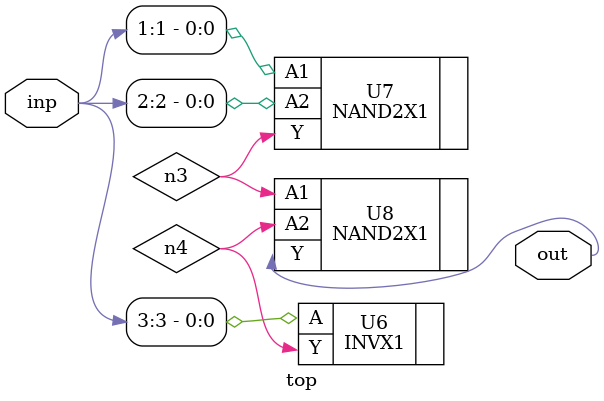
<source format=sv>


module top ( inp, out );
  input [3:0] inp;
  output out;
  wire   n3, n4;

  INVX1 U6 ( .A(inp[3]), .Y(n4) );
  NAND2X1 U7 ( .A1(inp[1]), .A2(inp[2]), .Y(n3) );
  NAND2X1 U8 ( .A1(n3), .A2(n4), .Y(out) );
endmodule


</source>
